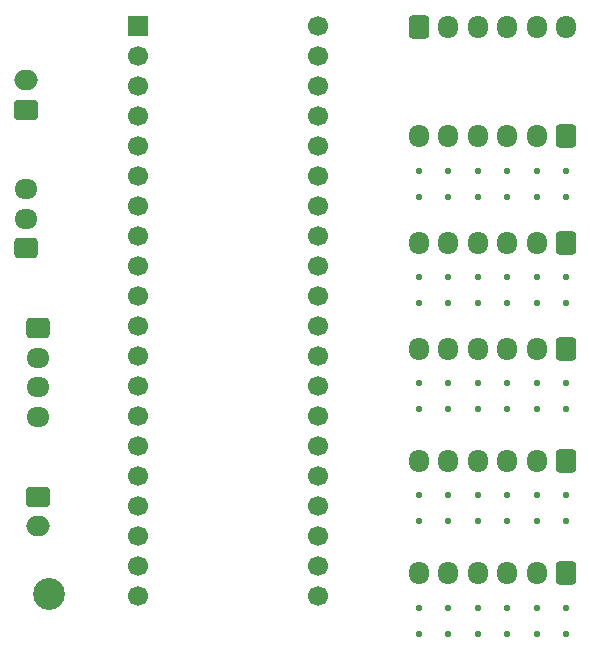
<source format=gbr>
%TF.GenerationSoftware,KiCad,Pcbnew,9.0.5*%
%TF.CreationDate,2026-01-17T00:35:45+01:00*%
%TF.ProjectId,replicazeron_stm,7265706c-6963-4617-9a65-726f6e5f7374,rev?*%
%TF.SameCoordinates,Original*%
%TF.FileFunction,Soldermask,Bot*%
%TF.FilePolarity,Negative*%
%FSLAX46Y46*%
G04 Gerber Fmt 4.6, Leading zero omitted, Abs format (unit mm)*
G04 Created by KiCad (PCBNEW 9.0.5) date 2026-01-17 00:35:45*
%MOMM*%
%LPD*%
G01*
G04 APERTURE LIST*
G04 Aperture macros list*
%AMRoundRect*
0 Rectangle with rounded corners*
0 $1 Rounding radius*
0 $2 $3 $4 $5 $6 $7 $8 $9 X,Y pos of 4 corners*
0 Add a 4 corners polygon primitive as box body*
4,1,4,$2,$3,$4,$5,$6,$7,$8,$9,$2,$3,0*
0 Add four circle primitives for the rounded corners*
1,1,$1+$1,$2,$3*
1,1,$1+$1,$4,$5*
1,1,$1+$1,$6,$7*
1,1,$1+$1,$8,$9*
0 Add four rect primitives between the rounded corners*
20,1,$1+$1,$2,$3,$4,$5,0*
20,1,$1+$1,$4,$5,$6,$7,0*
20,1,$1+$1,$6,$7,$8,$9,0*
20,1,$1+$1,$8,$9,$2,$3,0*%
G04 Aperture macros list end*
%ADD10C,2.700000*%
%ADD11O,2.000000X1.700000*%
%ADD12RoundRect,0.250000X-0.750000X0.600000X-0.750000X-0.600000X0.750000X-0.600000X0.750000X0.600000X0*%
%ADD13RoundRect,0.250000X0.750000X-0.600000X0.750000X0.600000X-0.750000X0.600000X-0.750000X-0.600000X0*%
%ADD14RoundRect,0.250000X0.600000X0.725000X-0.600000X0.725000X-0.600000X-0.725000X0.600000X-0.725000X0*%
%ADD15O,1.700000X1.950000*%
%ADD16RoundRect,0.250000X-0.725000X0.600000X-0.725000X-0.600000X0.725000X-0.600000X0.725000X0.600000X0*%
%ADD17O,1.950000X1.700000*%
%ADD18RoundRect,0.250000X-0.600000X-0.725000X0.600000X-0.725000X0.600000X0.725000X-0.600000X0.725000X0*%
%ADD19RoundRect,0.250000X0.725000X-0.600000X0.725000X0.600000X-0.725000X0.600000X-0.725000X-0.600000X0*%
%ADD20R,1.700000X1.700000*%
%ADD21C,1.700000*%
%ADD22RoundRect,0.125000X0.125000X-0.125000X0.125000X0.125000X-0.125000X0.125000X-0.125000X-0.125000X0*%
G04 APERTURE END LIST*
D10*
%TO.C,REF\u002A\u002A*%
X74000000Y-90750000D03*
%TD*%
D11*
%TO.C,J7_Stick1*%
X73000000Y-85000000D03*
D12*
X73000000Y-82500000D03*
%TD*%
D13*
%TO.C,J8_LED1*%
X72000000Y-49750000D03*
D11*
X72000000Y-47250000D03*
%TD*%
D14*
%TO.C,J5_Ring1*%
X117750000Y-52000000D03*
D15*
X115250000Y-52000000D03*
X112750000Y-52000000D03*
X110250000Y-52000000D03*
X107750000Y-52000000D03*
X105250000Y-52000000D03*
%TD*%
D16*
%TO.C,J10*%
X73000000Y-68250000D03*
D17*
X73000000Y-70750000D03*
X73000000Y-73250000D03*
X73000000Y-75750000D03*
%TD*%
D14*
%TO.C,J6_Pinky1*%
X117750000Y-61000000D03*
D15*
X115250000Y-61000000D03*
X112750000Y-61000000D03*
X110250000Y-61000000D03*
X107750000Y-61000000D03*
X105250000Y-61000000D03*
%TD*%
D18*
%TO.C,J1_Col1*%
X105250000Y-42750000D03*
D15*
X107750000Y-42750000D03*
X110250000Y-42750000D03*
X112750000Y-42750000D03*
X115250000Y-42750000D03*
X117750000Y-42750000D03*
%TD*%
D14*
%TO.C,J3_Index1*%
X117750000Y-79500000D03*
D15*
X115250000Y-79500000D03*
X112750000Y-79500000D03*
X110250000Y-79500000D03*
X107750000Y-79500000D03*
X105250000Y-79500000D03*
%TD*%
D19*
%TO.C,J9*%
X72000000Y-61500000D03*
D17*
X72000000Y-59000000D03*
X72000000Y-56500000D03*
%TD*%
D20*
%TO.C,U2*%
X81510000Y-42670000D03*
D21*
X81510000Y-45210000D03*
X81510000Y-47750000D03*
X81510000Y-50290000D03*
X81510000Y-52830000D03*
X81510000Y-55370000D03*
X81510000Y-57910000D03*
X81510000Y-60450000D03*
X81510000Y-62990000D03*
X81510000Y-65530000D03*
X81510000Y-68070000D03*
X81510000Y-70610000D03*
X81510000Y-73150000D03*
X81510000Y-75690000D03*
X81510000Y-78230000D03*
X81510000Y-80770000D03*
X81510000Y-83310000D03*
X81510000Y-85850000D03*
X81510000Y-88390000D03*
X81510000Y-90930000D03*
X96750000Y-90930000D03*
X96750000Y-88390000D03*
X96750000Y-85850000D03*
X96750000Y-83310000D03*
X96750000Y-80770000D03*
X96750000Y-78230000D03*
X96750000Y-75690000D03*
X96750000Y-73150000D03*
X96750000Y-70610000D03*
X96750000Y-68070000D03*
X96750000Y-65530000D03*
X96750000Y-62990000D03*
X96750000Y-60450000D03*
X96750000Y-57910000D03*
X96750000Y-55370000D03*
X96750000Y-52830000D03*
X96750000Y-50290000D03*
X96750000Y-47750000D03*
X96750000Y-45210000D03*
X96750000Y-42670000D03*
%TD*%
D14*
%TO.C,J2_Thumb1*%
X117750000Y-89000000D03*
D15*
X115250000Y-89000000D03*
X112750000Y-89000000D03*
X110250000Y-89000000D03*
X107750000Y-89000000D03*
X105250000Y-89000000D03*
%TD*%
D14*
%TO.C,J4_Mid1*%
X117750000Y-70000000D03*
D15*
X115250000Y-70000000D03*
X112750000Y-70000000D03*
X110250000Y-70000000D03*
X107750000Y-70000000D03*
X105250000Y-70000000D03*
%TD*%
D22*
%TO.C,D6*%
X117750000Y-66100000D03*
X117750000Y-63900000D03*
%TD*%
%TO.C,D5*%
X115250000Y-66100000D03*
X115250000Y-63900000D03*
%TD*%
%TO.C,D19*%
X105250000Y-84600000D03*
X105250000Y-82400000D03*
%TD*%
%TO.C,D25*%
X105250000Y-94100000D03*
X105250000Y-91900000D03*
%TD*%
%TO.C,D4*%
X112750000Y-66100000D03*
X112750000Y-63900000D03*
%TD*%
%TO.C,D15*%
X110250000Y-75100000D03*
X110250000Y-72900000D03*
%TD*%
%TO.C,D10*%
X112750000Y-57100000D03*
X112750000Y-54900000D03*
%TD*%
%TO.C,D17*%
X115250000Y-75100000D03*
X115250000Y-72900000D03*
%TD*%
%TO.C,D11*%
X115250000Y-57100000D03*
X115250000Y-54900000D03*
%TD*%
%TO.C,D18*%
X117750000Y-75100000D03*
X117750000Y-72900000D03*
%TD*%
%TO.C,D13*%
X105250000Y-75100000D03*
X105250000Y-72900000D03*
%TD*%
%TO.C,D8*%
X107750000Y-57100000D03*
X107750000Y-54900000D03*
%TD*%
%TO.C,D29*%
X115250000Y-94100000D03*
X115250000Y-91900000D03*
%TD*%
%TO.C,D12*%
X117750000Y-57100000D03*
X117750000Y-54900000D03*
%TD*%
%TO.C,D14*%
X107750000Y-75100000D03*
X107750000Y-72900000D03*
%TD*%
%TO.C,D27*%
X110250000Y-94100000D03*
X110250000Y-91900000D03*
%TD*%
%TO.C,D22*%
X112750000Y-84600000D03*
X112750000Y-82400000D03*
%TD*%
%TO.C,D30*%
X117750000Y-94100000D03*
X117750000Y-91900000D03*
%TD*%
%TO.C,D2*%
X107750000Y-66100000D03*
X107750000Y-63900000D03*
%TD*%
%TO.C,D20*%
X107750000Y-84600000D03*
X107750000Y-82400000D03*
%TD*%
%TO.C,D23*%
X115250000Y-84600000D03*
X115250000Y-82400000D03*
%TD*%
%TO.C,D28*%
X112750000Y-94100000D03*
X112750000Y-91900000D03*
%TD*%
%TO.C,D3*%
X110250000Y-66100000D03*
X110250000Y-63900000D03*
%TD*%
%TO.C,D7*%
X105250000Y-57100000D03*
X105250000Y-54900000D03*
%TD*%
%TO.C,D24*%
X117750000Y-84600000D03*
X117750000Y-82400000D03*
%TD*%
%TO.C,D21*%
X110250000Y-84600000D03*
X110250000Y-82400000D03*
%TD*%
%TO.C,D16*%
X112750000Y-75100000D03*
X112750000Y-72900000D03*
%TD*%
%TO.C,D26*%
X107750000Y-94100000D03*
X107750000Y-91900000D03*
%TD*%
%TO.C,D9*%
X110250000Y-57100000D03*
X110250000Y-54900000D03*
%TD*%
%TO.C,D1*%
X105250000Y-66100000D03*
X105250000Y-63900000D03*
%TD*%
M02*

</source>
